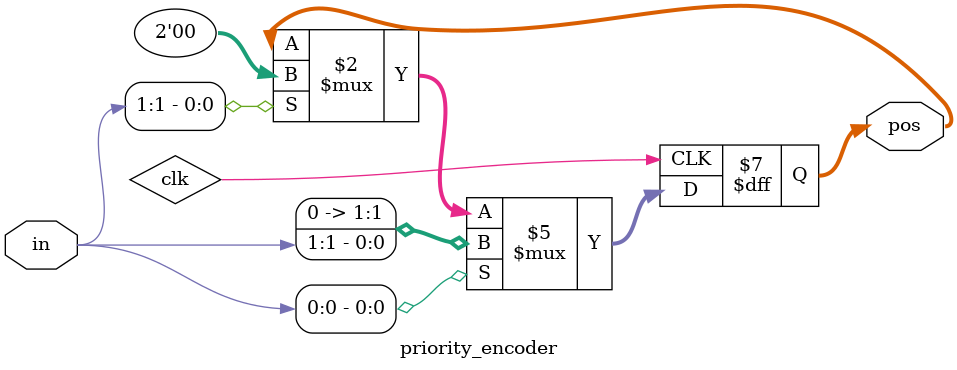
<source format=v>
module priority_encoder( 
input [2:0] in,
output reg [1:0] pos ); 
// When sel=1, assign b to out
// When sel=0, assign a to out
always @(posedge clk) begin
  if (in[0])
    pos <= in[1];
  else if (in[1])
    pos <= 1'b0;
end
endmodule

</source>
